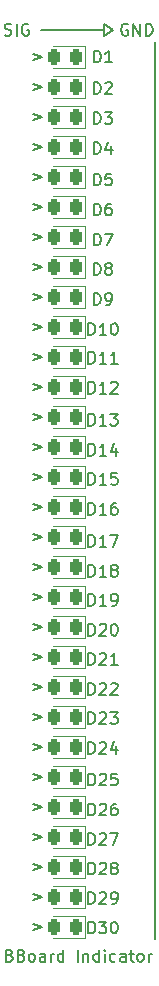
<source format=gto>
G04 #@! TF.GenerationSoftware,KiCad,Pcbnew,7.0.6*
G04 #@! TF.CreationDate,2024-04-20T21:55:13+01:00*
G04 #@! TF.ProjectId,BreadboardIndicator,42726561-6462-46f6-9172-64496e646963,rev?*
G04 #@! TF.SameCoordinates,Original*
G04 #@! TF.FileFunction,Legend,Top*
G04 #@! TF.FilePolarity,Positive*
%FSLAX46Y46*%
G04 Gerber Fmt 4.6, Leading zero omitted, Abs format (unit mm)*
G04 Created by KiCad (PCBNEW 7.0.6) date 2024-04-20 21:55:13*
%MOMM*%
%LPD*%
G01*
G04 APERTURE LIST*
G04 Aperture macros list*
%AMRoundRect*
0 Rectangle with rounded corners*
0 $1 Rounding radius*
0 $2 $3 $4 $5 $6 $7 $8 $9 X,Y pos of 4 corners*
0 Add a 4 corners polygon primitive as box body*
4,1,4,$2,$3,$4,$5,$6,$7,$8,$9,$2,$3,0*
0 Add four circle primitives for the rounded corners*
1,1,$1+$1,$2,$3*
1,1,$1+$1,$4,$5*
1,1,$1+$1,$6,$7*
1,1,$1+$1,$8,$9*
0 Add four rect primitives between the rounded corners*
20,1,$1+$1,$2,$3,$4,$5,0*
20,1,$1+$1,$4,$5,$6,$7,0*
20,1,$1+$1,$6,$7,$8,$9,0*
20,1,$1+$1,$8,$9,$2,$3,0*%
G04 Aperture macros list end*
%ADD10C,0.150000*%
%ADD11C,0.120000*%
%ADD12RoundRect,0.243750X0.243750X0.456250X-0.243750X0.456250X-0.243750X-0.456250X0.243750X-0.456250X0*%
%ADD13R,1.700000X1.700000*%
%ADD14O,1.700000X1.700000*%
G04 APERTURE END LIST*
D10*
X101330779Y-69721152D02*
X102092684Y-70006866D01*
X102092684Y-70006866D02*
X101330779Y-70292580D01*
X101330779Y-72261152D02*
X102092684Y-72546866D01*
X102092684Y-72546866D02*
X101330779Y-72832580D01*
X101330779Y-74801152D02*
X102092684Y-75086866D01*
X102092684Y-75086866D02*
X101330779Y-75372580D01*
X101330779Y-77341152D02*
X102092684Y-77626866D01*
X102092684Y-77626866D02*
X101330779Y-77912580D01*
X101330779Y-79881152D02*
X102092684Y-80166866D01*
X102092684Y-80166866D02*
X101330779Y-80452580D01*
X101330779Y-82421152D02*
X102092684Y-82706866D01*
X102092684Y-82706866D02*
X101330779Y-82992580D01*
X101330779Y-84961152D02*
X102092684Y-85246866D01*
X102092684Y-85246866D02*
X101330779Y-85532580D01*
X101330779Y-87501152D02*
X102092684Y-87786866D01*
X102092684Y-87786866D02*
X101330779Y-88072580D01*
X101330779Y-90041152D02*
X102092684Y-90326866D01*
X102092684Y-90326866D02*
X101330779Y-90612580D01*
X101330779Y-92581152D02*
X102092684Y-92866866D01*
X102092684Y-92866866D02*
X101330779Y-93152580D01*
X101330779Y-95121152D02*
X102092684Y-95406866D01*
X102092684Y-95406866D02*
X101330779Y-95692580D01*
X101330779Y-97661152D02*
X102092684Y-97946866D01*
X102092684Y-97946866D02*
X101330779Y-98232580D01*
X101330779Y-100201152D02*
X102092684Y-100486866D01*
X102092684Y-100486866D02*
X101330779Y-100772580D01*
X101330779Y-102741152D02*
X102092684Y-103026866D01*
X102092684Y-103026866D02*
X101330779Y-103312580D01*
X101330779Y-105281152D02*
X102092684Y-105566866D01*
X102092684Y-105566866D02*
X101330779Y-105852580D01*
X101330779Y-107821152D02*
X102092684Y-108106866D01*
X102092684Y-108106866D02*
X101330779Y-108392580D01*
X101330779Y-110361152D02*
X102092684Y-110646866D01*
X102092684Y-110646866D02*
X101330779Y-110932580D01*
X101330779Y-112901152D02*
X102092684Y-113186866D01*
X102092684Y-113186866D02*
X101330779Y-113472580D01*
X101330779Y-115441152D02*
X102092684Y-115726866D01*
X102092684Y-115726866D02*
X101330779Y-116012580D01*
X101330779Y-117981152D02*
X102092684Y-118266866D01*
X102092684Y-118266866D02*
X101330779Y-118552580D01*
X101330779Y-120521152D02*
X102092684Y-120806866D01*
X102092684Y-120806866D02*
X101330779Y-121092580D01*
X101330779Y-123061152D02*
X102092684Y-123346866D01*
X102092684Y-123346866D02*
X101330779Y-123632580D01*
X101330779Y-125601152D02*
X102092684Y-125886866D01*
X102092684Y-125886866D02*
X101330779Y-126172580D01*
X101330779Y-128141152D02*
X102092684Y-128426866D01*
X102092684Y-128426866D02*
X101330779Y-128712580D01*
X101330779Y-130681152D02*
X102092684Y-130966866D01*
X102092684Y-130966866D02*
X101330779Y-131252580D01*
X101330779Y-133221152D02*
X102092684Y-133506866D01*
X102092684Y-133506866D02*
X101330779Y-133792580D01*
X101330779Y-135761152D02*
X102092684Y-136046866D01*
X102092684Y-136046866D02*
X101330779Y-136332580D01*
X101330779Y-143381152D02*
X102092684Y-143666866D01*
X102092684Y-143666866D02*
X101330779Y-143952580D01*
X101330779Y-140841152D02*
X102092684Y-141126866D01*
X102092684Y-141126866D02*
X101330779Y-141412580D01*
X101330779Y-138301152D02*
X102092684Y-138586866D01*
X102092684Y-138586866D02*
X101330779Y-138872580D01*
X111662000Y-68740000D02*
X111662000Y-144686000D01*
X107344000Y-67216000D02*
X107344000Y-68232000D01*
X107344000Y-68232000D02*
X108106000Y-67724000D01*
X108106000Y-67724000D02*
X107344000Y-67216000D01*
X102010000Y-67724000D02*
X107344000Y-67724000D01*
X99378112Y-146064009D02*
X99520969Y-146111628D01*
X99520969Y-146111628D02*
X99568588Y-146159247D01*
X99568588Y-146159247D02*
X99616207Y-146254485D01*
X99616207Y-146254485D02*
X99616207Y-146397342D01*
X99616207Y-146397342D02*
X99568588Y-146492580D01*
X99568588Y-146492580D02*
X99520969Y-146540200D01*
X99520969Y-146540200D02*
X99425731Y-146587819D01*
X99425731Y-146587819D02*
X99044779Y-146587819D01*
X99044779Y-146587819D02*
X99044779Y-145587819D01*
X99044779Y-145587819D02*
X99378112Y-145587819D01*
X99378112Y-145587819D02*
X99473350Y-145635438D01*
X99473350Y-145635438D02*
X99520969Y-145683057D01*
X99520969Y-145683057D02*
X99568588Y-145778295D01*
X99568588Y-145778295D02*
X99568588Y-145873533D01*
X99568588Y-145873533D02*
X99520969Y-145968771D01*
X99520969Y-145968771D02*
X99473350Y-146016390D01*
X99473350Y-146016390D02*
X99378112Y-146064009D01*
X99378112Y-146064009D02*
X99044779Y-146064009D01*
X100378112Y-146064009D02*
X100520969Y-146111628D01*
X100520969Y-146111628D02*
X100568588Y-146159247D01*
X100568588Y-146159247D02*
X100616207Y-146254485D01*
X100616207Y-146254485D02*
X100616207Y-146397342D01*
X100616207Y-146397342D02*
X100568588Y-146492580D01*
X100568588Y-146492580D02*
X100520969Y-146540200D01*
X100520969Y-146540200D02*
X100425731Y-146587819D01*
X100425731Y-146587819D02*
X100044779Y-146587819D01*
X100044779Y-146587819D02*
X100044779Y-145587819D01*
X100044779Y-145587819D02*
X100378112Y-145587819D01*
X100378112Y-145587819D02*
X100473350Y-145635438D01*
X100473350Y-145635438D02*
X100520969Y-145683057D01*
X100520969Y-145683057D02*
X100568588Y-145778295D01*
X100568588Y-145778295D02*
X100568588Y-145873533D01*
X100568588Y-145873533D02*
X100520969Y-145968771D01*
X100520969Y-145968771D02*
X100473350Y-146016390D01*
X100473350Y-146016390D02*
X100378112Y-146064009D01*
X100378112Y-146064009D02*
X100044779Y-146064009D01*
X101187636Y-146587819D02*
X101092398Y-146540200D01*
X101092398Y-146540200D02*
X101044779Y-146492580D01*
X101044779Y-146492580D02*
X100997160Y-146397342D01*
X100997160Y-146397342D02*
X100997160Y-146111628D01*
X100997160Y-146111628D02*
X101044779Y-146016390D01*
X101044779Y-146016390D02*
X101092398Y-145968771D01*
X101092398Y-145968771D02*
X101187636Y-145921152D01*
X101187636Y-145921152D02*
X101330493Y-145921152D01*
X101330493Y-145921152D02*
X101425731Y-145968771D01*
X101425731Y-145968771D02*
X101473350Y-146016390D01*
X101473350Y-146016390D02*
X101520969Y-146111628D01*
X101520969Y-146111628D02*
X101520969Y-146397342D01*
X101520969Y-146397342D02*
X101473350Y-146492580D01*
X101473350Y-146492580D02*
X101425731Y-146540200D01*
X101425731Y-146540200D02*
X101330493Y-146587819D01*
X101330493Y-146587819D02*
X101187636Y-146587819D01*
X102378112Y-146587819D02*
X102378112Y-146064009D01*
X102378112Y-146064009D02*
X102330493Y-145968771D01*
X102330493Y-145968771D02*
X102235255Y-145921152D01*
X102235255Y-145921152D02*
X102044779Y-145921152D01*
X102044779Y-145921152D02*
X101949541Y-145968771D01*
X102378112Y-146540200D02*
X102282874Y-146587819D01*
X102282874Y-146587819D02*
X102044779Y-146587819D01*
X102044779Y-146587819D02*
X101949541Y-146540200D01*
X101949541Y-146540200D02*
X101901922Y-146444961D01*
X101901922Y-146444961D02*
X101901922Y-146349723D01*
X101901922Y-146349723D02*
X101949541Y-146254485D01*
X101949541Y-146254485D02*
X102044779Y-146206866D01*
X102044779Y-146206866D02*
X102282874Y-146206866D01*
X102282874Y-146206866D02*
X102378112Y-146159247D01*
X102854303Y-146587819D02*
X102854303Y-145921152D01*
X102854303Y-146111628D02*
X102901922Y-146016390D01*
X102901922Y-146016390D02*
X102949541Y-145968771D01*
X102949541Y-145968771D02*
X103044779Y-145921152D01*
X103044779Y-145921152D02*
X103140017Y-145921152D01*
X103901922Y-146587819D02*
X103901922Y-145587819D01*
X103901922Y-146540200D02*
X103806684Y-146587819D01*
X103806684Y-146587819D02*
X103616208Y-146587819D01*
X103616208Y-146587819D02*
X103520970Y-146540200D01*
X103520970Y-146540200D02*
X103473351Y-146492580D01*
X103473351Y-146492580D02*
X103425732Y-146397342D01*
X103425732Y-146397342D02*
X103425732Y-146111628D01*
X103425732Y-146111628D02*
X103473351Y-146016390D01*
X103473351Y-146016390D02*
X103520970Y-145968771D01*
X103520970Y-145968771D02*
X103616208Y-145921152D01*
X103616208Y-145921152D02*
X103806684Y-145921152D01*
X103806684Y-145921152D02*
X103901922Y-145968771D01*
X105140018Y-146587819D02*
X105140018Y-145587819D01*
X105616208Y-145921152D02*
X105616208Y-146587819D01*
X105616208Y-146016390D02*
X105663827Y-145968771D01*
X105663827Y-145968771D02*
X105759065Y-145921152D01*
X105759065Y-145921152D02*
X105901922Y-145921152D01*
X105901922Y-145921152D02*
X105997160Y-145968771D01*
X105997160Y-145968771D02*
X106044779Y-146064009D01*
X106044779Y-146064009D02*
X106044779Y-146587819D01*
X106949541Y-146587819D02*
X106949541Y-145587819D01*
X106949541Y-146540200D02*
X106854303Y-146587819D01*
X106854303Y-146587819D02*
X106663827Y-146587819D01*
X106663827Y-146587819D02*
X106568589Y-146540200D01*
X106568589Y-146540200D02*
X106520970Y-146492580D01*
X106520970Y-146492580D02*
X106473351Y-146397342D01*
X106473351Y-146397342D02*
X106473351Y-146111628D01*
X106473351Y-146111628D02*
X106520970Y-146016390D01*
X106520970Y-146016390D02*
X106568589Y-145968771D01*
X106568589Y-145968771D02*
X106663827Y-145921152D01*
X106663827Y-145921152D02*
X106854303Y-145921152D01*
X106854303Y-145921152D02*
X106949541Y-145968771D01*
X107425732Y-146587819D02*
X107425732Y-145921152D01*
X107425732Y-145587819D02*
X107378113Y-145635438D01*
X107378113Y-145635438D02*
X107425732Y-145683057D01*
X107425732Y-145683057D02*
X107473351Y-145635438D01*
X107473351Y-145635438D02*
X107425732Y-145587819D01*
X107425732Y-145587819D02*
X107425732Y-145683057D01*
X108330493Y-146540200D02*
X108235255Y-146587819D01*
X108235255Y-146587819D02*
X108044779Y-146587819D01*
X108044779Y-146587819D02*
X107949541Y-146540200D01*
X107949541Y-146540200D02*
X107901922Y-146492580D01*
X107901922Y-146492580D02*
X107854303Y-146397342D01*
X107854303Y-146397342D02*
X107854303Y-146111628D01*
X107854303Y-146111628D02*
X107901922Y-146016390D01*
X107901922Y-146016390D02*
X107949541Y-145968771D01*
X107949541Y-145968771D02*
X108044779Y-145921152D01*
X108044779Y-145921152D02*
X108235255Y-145921152D01*
X108235255Y-145921152D02*
X108330493Y-145968771D01*
X109187636Y-146587819D02*
X109187636Y-146064009D01*
X109187636Y-146064009D02*
X109140017Y-145968771D01*
X109140017Y-145968771D02*
X109044779Y-145921152D01*
X109044779Y-145921152D02*
X108854303Y-145921152D01*
X108854303Y-145921152D02*
X108759065Y-145968771D01*
X109187636Y-146540200D02*
X109092398Y-146587819D01*
X109092398Y-146587819D02*
X108854303Y-146587819D01*
X108854303Y-146587819D02*
X108759065Y-146540200D01*
X108759065Y-146540200D02*
X108711446Y-146444961D01*
X108711446Y-146444961D02*
X108711446Y-146349723D01*
X108711446Y-146349723D02*
X108759065Y-146254485D01*
X108759065Y-146254485D02*
X108854303Y-146206866D01*
X108854303Y-146206866D02*
X109092398Y-146206866D01*
X109092398Y-146206866D02*
X109187636Y-146159247D01*
X109520970Y-145921152D02*
X109901922Y-145921152D01*
X109663827Y-145587819D02*
X109663827Y-146444961D01*
X109663827Y-146444961D02*
X109711446Y-146540200D01*
X109711446Y-146540200D02*
X109806684Y-146587819D01*
X109806684Y-146587819D02*
X109901922Y-146587819D01*
X110378113Y-146587819D02*
X110282875Y-146540200D01*
X110282875Y-146540200D02*
X110235256Y-146492580D01*
X110235256Y-146492580D02*
X110187637Y-146397342D01*
X110187637Y-146397342D02*
X110187637Y-146111628D01*
X110187637Y-146111628D02*
X110235256Y-146016390D01*
X110235256Y-146016390D02*
X110282875Y-145968771D01*
X110282875Y-145968771D02*
X110378113Y-145921152D01*
X110378113Y-145921152D02*
X110520970Y-145921152D01*
X110520970Y-145921152D02*
X110616208Y-145968771D01*
X110616208Y-145968771D02*
X110663827Y-146016390D01*
X110663827Y-146016390D02*
X110711446Y-146111628D01*
X110711446Y-146111628D02*
X110711446Y-146397342D01*
X110711446Y-146397342D02*
X110663827Y-146492580D01*
X110663827Y-146492580D02*
X110616208Y-146540200D01*
X110616208Y-146540200D02*
X110520970Y-146587819D01*
X110520970Y-146587819D02*
X110378113Y-146587819D01*
X111140018Y-146587819D02*
X111140018Y-145921152D01*
X111140018Y-146111628D02*
X111187637Y-146016390D01*
X111187637Y-146016390D02*
X111235256Y-145968771D01*
X111235256Y-145968771D02*
X111330494Y-145921152D01*
X111330494Y-145921152D02*
X111425732Y-145921152D01*
X109376095Y-67226438D02*
X109280857Y-67178819D01*
X109280857Y-67178819D02*
X109138000Y-67178819D01*
X109138000Y-67178819D02*
X108995143Y-67226438D01*
X108995143Y-67226438D02*
X108899905Y-67321676D01*
X108899905Y-67321676D02*
X108852286Y-67416914D01*
X108852286Y-67416914D02*
X108804667Y-67607390D01*
X108804667Y-67607390D02*
X108804667Y-67750247D01*
X108804667Y-67750247D02*
X108852286Y-67940723D01*
X108852286Y-67940723D02*
X108899905Y-68035961D01*
X108899905Y-68035961D02*
X108995143Y-68131200D01*
X108995143Y-68131200D02*
X109138000Y-68178819D01*
X109138000Y-68178819D02*
X109233238Y-68178819D01*
X109233238Y-68178819D02*
X109376095Y-68131200D01*
X109376095Y-68131200D02*
X109423714Y-68083580D01*
X109423714Y-68083580D02*
X109423714Y-67750247D01*
X109423714Y-67750247D02*
X109233238Y-67750247D01*
X109852286Y-68178819D02*
X109852286Y-67178819D01*
X109852286Y-67178819D02*
X110423714Y-68178819D01*
X110423714Y-68178819D02*
X110423714Y-67178819D01*
X110899905Y-68178819D02*
X110899905Y-67178819D01*
X110899905Y-67178819D02*
X111138000Y-67178819D01*
X111138000Y-67178819D02*
X111280857Y-67226438D01*
X111280857Y-67226438D02*
X111376095Y-67321676D01*
X111376095Y-67321676D02*
X111423714Y-67416914D01*
X111423714Y-67416914D02*
X111471333Y-67607390D01*
X111471333Y-67607390D02*
X111471333Y-67750247D01*
X111471333Y-67750247D02*
X111423714Y-67940723D01*
X111423714Y-67940723D02*
X111376095Y-68035961D01*
X111376095Y-68035961D02*
X111280857Y-68131200D01*
X111280857Y-68131200D02*
X111138000Y-68178819D01*
X111138000Y-68178819D02*
X110899905Y-68178819D01*
X98954191Y-68131200D02*
X99097048Y-68178819D01*
X99097048Y-68178819D02*
X99335143Y-68178819D01*
X99335143Y-68178819D02*
X99430381Y-68131200D01*
X99430381Y-68131200D02*
X99478000Y-68083580D01*
X99478000Y-68083580D02*
X99525619Y-67988342D01*
X99525619Y-67988342D02*
X99525619Y-67893104D01*
X99525619Y-67893104D02*
X99478000Y-67797866D01*
X99478000Y-67797866D02*
X99430381Y-67750247D01*
X99430381Y-67750247D02*
X99335143Y-67702628D01*
X99335143Y-67702628D02*
X99144667Y-67655009D01*
X99144667Y-67655009D02*
X99049429Y-67607390D01*
X99049429Y-67607390D02*
X99001810Y-67559771D01*
X99001810Y-67559771D02*
X98954191Y-67464533D01*
X98954191Y-67464533D02*
X98954191Y-67369295D01*
X98954191Y-67369295D02*
X99001810Y-67274057D01*
X99001810Y-67274057D02*
X99049429Y-67226438D01*
X99049429Y-67226438D02*
X99144667Y-67178819D01*
X99144667Y-67178819D02*
X99382762Y-67178819D01*
X99382762Y-67178819D02*
X99525619Y-67226438D01*
X99954191Y-68178819D02*
X99954191Y-67178819D01*
X100954190Y-67226438D02*
X100858952Y-67178819D01*
X100858952Y-67178819D02*
X100716095Y-67178819D01*
X100716095Y-67178819D02*
X100573238Y-67226438D01*
X100573238Y-67226438D02*
X100478000Y-67321676D01*
X100478000Y-67321676D02*
X100430381Y-67416914D01*
X100430381Y-67416914D02*
X100382762Y-67607390D01*
X100382762Y-67607390D02*
X100382762Y-67750247D01*
X100382762Y-67750247D02*
X100430381Y-67940723D01*
X100430381Y-67940723D02*
X100478000Y-68035961D01*
X100478000Y-68035961D02*
X100573238Y-68131200D01*
X100573238Y-68131200D02*
X100716095Y-68178819D01*
X100716095Y-68178819D02*
X100811333Y-68178819D01*
X100811333Y-68178819D02*
X100954190Y-68131200D01*
X100954190Y-68131200D02*
X101001809Y-68083580D01*
X101001809Y-68083580D02*
X101001809Y-67750247D01*
X101001809Y-67750247D02*
X100811333Y-67750247D01*
X106035714Y-144204819D02*
X106035714Y-143204819D01*
X106035714Y-143204819D02*
X106273809Y-143204819D01*
X106273809Y-143204819D02*
X106416666Y-143252438D01*
X106416666Y-143252438D02*
X106511904Y-143347676D01*
X106511904Y-143347676D02*
X106559523Y-143442914D01*
X106559523Y-143442914D02*
X106607142Y-143633390D01*
X106607142Y-143633390D02*
X106607142Y-143776247D01*
X106607142Y-143776247D02*
X106559523Y-143966723D01*
X106559523Y-143966723D02*
X106511904Y-144061961D01*
X106511904Y-144061961D02*
X106416666Y-144157200D01*
X106416666Y-144157200D02*
X106273809Y-144204819D01*
X106273809Y-144204819D02*
X106035714Y-144204819D01*
X106940476Y-143204819D02*
X107559523Y-143204819D01*
X107559523Y-143204819D02*
X107226190Y-143585771D01*
X107226190Y-143585771D02*
X107369047Y-143585771D01*
X107369047Y-143585771D02*
X107464285Y-143633390D01*
X107464285Y-143633390D02*
X107511904Y-143681009D01*
X107511904Y-143681009D02*
X107559523Y-143776247D01*
X107559523Y-143776247D02*
X107559523Y-144014342D01*
X107559523Y-144014342D02*
X107511904Y-144109580D01*
X107511904Y-144109580D02*
X107464285Y-144157200D01*
X107464285Y-144157200D02*
X107369047Y-144204819D01*
X107369047Y-144204819D02*
X107083333Y-144204819D01*
X107083333Y-144204819D02*
X106988095Y-144157200D01*
X106988095Y-144157200D02*
X106940476Y-144109580D01*
X108178571Y-143204819D02*
X108273809Y-143204819D01*
X108273809Y-143204819D02*
X108369047Y-143252438D01*
X108369047Y-143252438D02*
X108416666Y-143300057D01*
X108416666Y-143300057D02*
X108464285Y-143395295D01*
X108464285Y-143395295D02*
X108511904Y-143585771D01*
X108511904Y-143585771D02*
X108511904Y-143823866D01*
X108511904Y-143823866D02*
X108464285Y-144014342D01*
X108464285Y-144014342D02*
X108416666Y-144109580D01*
X108416666Y-144109580D02*
X108369047Y-144157200D01*
X108369047Y-144157200D02*
X108273809Y-144204819D01*
X108273809Y-144204819D02*
X108178571Y-144204819D01*
X108178571Y-144204819D02*
X108083333Y-144157200D01*
X108083333Y-144157200D02*
X108035714Y-144109580D01*
X108035714Y-144109580D02*
X107988095Y-144014342D01*
X107988095Y-144014342D02*
X107940476Y-143823866D01*
X107940476Y-143823866D02*
X107940476Y-143585771D01*
X107940476Y-143585771D02*
X107988095Y-143395295D01*
X107988095Y-143395295D02*
X108035714Y-143300057D01*
X108035714Y-143300057D02*
X108083333Y-143252438D01*
X108083333Y-143252438D02*
X108178571Y-143204819D01*
X106035714Y-141704819D02*
X106035714Y-140704819D01*
X106035714Y-140704819D02*
X106273809Y-140704819D01*
X106273809Y-140704819D02*
X106416666Y-140752438D01*
X106416666Y-140752438D02*
X106511904Y-140847676D01*
X106511904Y-140847676D02*
X106559523Y-140942914D01*
X106559523Y-140942914D02*
X106607142Y-141133390D01*
X106607142Y-141133390D02*
X106607142Y-141276247D01*
X106607142Y-141276247D02*
X106559523Y-141466723D01*
X106559523Y-141466723D02*
X106511904Y-141561961D01*
X106511904Y-141561961D02*
X106416666Y-141657200D01*
X106416666Y-141657200D02*
X106273809Y-141704819D01*
X106273809Y-141704819D02*
X106035714Y-141704819D01*
X106988095Y-140800057D02*
X107035714Y-140752438D01*
X107035714Y-140752438D02*
X107130952Y-140704819D01*
X107130952Y-140704819D02*
X107369047Y-140704819D01*
X107369047Y-140704819D02*
X107464285Y-140752438D01*
X107464285Y-140752438D02*
X107511904Y-140800057D01*
X107511904Y-140800057D02*
X107559523Y-140895295D01*
X107559523Y-140895295D02*
X107559523Y-140990533D01*
X107559523Y-140990533D02*
X107511904Y-141133390D01*
X107511904Y-141133390D02*
X106940476Y-141704819D01*
X106940476Y-141704819D02*
X107559523Y-141704819D01*
X108035714Y-141704819D02*
X108226190Y-141704819D01*
X108226190Y-141704819D02*
X108321428Y-141657200D01*
X108321428Y-141657200D02*
X108369047Y-141609580D01*
X108369047Y-141609580D02*
X108464285Y-141466723D01*
X108464285Y-141466723D02*
X108511904Y-141276247D01*
X108511904Y-141276247D02*
X108511904Y-140895295D01*
X108511904Y-140895295D02*
X108464285Y-140800057D01*
X108464285Y-140800057D02*
X108416666Y-140752438D01*
X108416666Y-140752438D02*
X108321428Y-140704819D01*
X108321428Y-140704819D02*
X108130952Y-140704819D01*
X108130952Y-140704819D02*
X108035714Y-140752438D01*
X108035714Y-140752438D02*
X107988095Y-140800057D01*
X107988095Y-140800057D02*
X107940476Y-140895295D01*
X107940476Y-140895295D02*
X107940476Y-141133390D01*
X107940476Y-141133390D02*
X107988095Y-141228628D01*
X107988095Y-141228628D02*
X108035714Y-141276247D01*
X108035714Y-141276247D02*
X108130952Y-141323866D01*
X108130952Y-141323866D02*
X108321428Y-141323866D01*
X108321428Y-141323866D02*
X108416666Y-141276247D01*
X108416666Y-141276247D02*
X108464285Y-141228628D01*
X108464285Y-141228628D02*
X108511904Y-141133390D01*
X106035714Y-139204819D02*
X106035714Y-138204819D01*
X106035714Y-138204819D02*
X106273809Y-138204819D01*
X106273809Y-138204819D02*
X106416666Y-138252438D01*
X106416666Y-138252438D02*
X106511904Y-138347676D01*
X106511904Y-138347676D02*
X106559523Y-138442914D01*
X106559523Y-138442914D02*
X106607142Y-138633390D01*
X106607142Y-138633390D02*
X106607142Y-138776247D01*
X106607142Y-138776247D02*
X106559523Y-138966723D01*
X106559523Y-138966723D02*
X106511904Y-139061961D01*
X106511904Y-139061961D02*
X106416666Y-139157200D01*
X106416666Y-139157200D02*
X106273809Y-139204819D01*
X106273809Y-139204819D02*
X106035714Y-139204819D01*
X106988095Y-138300057D02*
X107035714Y-138252438D01*
X107035714Y-138252438D02*
X107130952Y-138204819D01*
X107130952Y-138204819D02*
X107369047Y-138204819D01*
X107369047Y-138204819D02*
X107464285Y-138252438D01*
X107464285Y-138252438D02*
X107511904Y-138300057D01*
X107511904Y-138300057D02*
X107559523Y-138395295D01*
X107559523Y-138395295D02*
X107559523Y-138490533D01*
X107559523Y-138490533D02*
X107511904Y-138633390D01*
X107511904Y-138633390D02*
X106940476Y-139204819D01*
X106940476Y-139204819D02*
X107559523Y-139204819D01*
X108130952Y-138633390D02*
X108035714Y-138585771D01*
X108035714Y-138585771D02*
X107988095Y-138538152D01*
X107988095Y-138538152D02*
X107940476Y-138442914D01*
X107940476Y-138442914D02*
X107940476Y-138395295D01*
X107940476Y-138395295D02*
X107988095Y-138300057D01*
X107988095Y-138300057D02*
X108035714Y-138252438D01*
X108035714Y-138252438D02*
X108130952Y-138204819D01*
X108130952Y-138204819D02*
X108321428Y-138204819D01*
X108321428Y-138204819D02*
X108416666Y-138252438D01*
X108416666Y-138252438D02*
X108464285Y-138300057D01*
X108464285Y-138300057D02*
X108511904Y-138395295D01*
X108511904Y-138395295D02*
X108511904Y-138442914D01*
X108511904Y-138442914D02*
X108464285Y-138538152D01*
X108464285Y-138538152D02*
X108416666Y-138585771D01*
X108416666Y-138585771D02*
X108321428Y-138633390D01*
X108321428Y-138633390D02*
X108130952Y-138633390D01*
X108130952Y-138633390D02*
X108035714Y-138681009D01*
X108035714Y-138681009D02*
X107988095Y-138728628D01*
X107988095Y-138728628D02*
X107940476Y-138823866D01*
X107940476Y-138823866D02*
X107940476Y-139014342D01*
X107940476Y-139014342D02*
X107988095Y-139109580D01*
X107988095Y-139109580D02*
X108035714Y-139157200D01*
X108035714Y-139157200D02*
X108130952Y-139204819D01*
X108130952Y-139204819D02*
X108321428Y-139204819D01*
X108321428Y-139204819D02*
X108416666Y-139157200D01*
X108416666Y-139157200D02*
X108464285Y-139109580D01*
X108464285Y-139109580D02*
X108511904Y-139014342D01*
X108511904Y-139014342D02*
X108511904Y-138823866D01*
X108511904Y-138823866D02*
X108464285Y-138728628D01*
X108464285Y-138728628D02*
X108416666Y-138681009D01*
X108416666Y-138681009D02*
X108321428Y-138633390D01*
X106035714Y-136704819D02*
X106035714Y-135704819D01*
X106035714Y-135704819D02*
X106273809Y-135704819D01*
X106273809Y-135704819D02*
X106416666Y-135752438D01*
X106416666Y-135752438D02*
X106511904Y-135847676D01*
X106511904Y-135847676D02*
X106559523Y-135942914D01*
X106559523Y-135942914D02*
X106607142Y-136133390D01*
X106607142Y-136133390D02*
X106607142Y-136276247D01*
X106607142Y-136276247D02*
X106559523Y-136466723D01*
X106559523Y-136466723D02*
X106511904Y-136561961D01*
X106511904Y-136561961D02*
X106416666Y-136657200D01*
X106416666Y-136657200D02*
X106273809Y-136704819D01*
X106273809Y-136704819D02*
X106035714Y-136704819D01*
X106988095Y-135800057D02*
X107035714Y-135752438D01*
X107035714Y-135752438D02*
X107130952Y-135704819D01*
X107130952Y-135704819D02*
X107369047Y-135704819D01*
X107369047Y-135704819D02*
X107464285Y-135752438D01*
X107464285Y-135752438D02*
X107511904Y-135800057D01*
X107511904Y-135800057D02*
X107559523Y-135895295D01*
X107559523Y-135895295D02*
X107559523Y-135990533D01*
X107559523Y-135990533D02*
X107511904Y-136133390D01*
X107511904Y-136133390D02*
X106940476Y-136704819D01*
X106940476Y-136704819D02*
X107559523Y-136704819D01*
X107892857Y-135704819D02*
X108559523Y-135704819D01*
X108559523Y-135704819D02*
X108130952Y-136704819D01*
X106035714Y-134204819D02*
X106035714Y-133204819D01*
X106035714Y-133204819D02*
X106273809Y-133204819D01*
X106273809Y-133204819D02*
X106416666Y-133252438D01*
X106416666Y-133252438D02*
X106511904Y-133347676D01*
X106511904Y-133347676D02*
X106559523Y-133442914D01*
X106559523Y-133442914D02*
X106607142Y-133633390D01*
X106607142Y-133633390D02*
X106607142Y-133776247D01*
X106607142Y-133776247D02*
X106559523Y-133966723D01*
X106559523Y-133966723D02*
X106511904Y-134061961D01*
X106511904Y-134061961D02*
X106416666Y-134157200D01*
X106416666Y-134157200D02*
X106273809Y-134204819D01*
X106273809Y-134204819D02*
X106035714Y-134204819D01*
X106988095Y-133300057D02*
X107035714Y-133252438D01*
X107035714Y-133252438D02*
X107130952Y-133204819D01*
X107130952Y-133204819D02*
X107369047Y-133204819D01*
X107369047Y-133204819D02*
X107464285Y-133252438D01*
X107464285Y-133252438D02*
X107511904Y-133300057D01*
X107511904Y-133300057D02*
X107559523Y-133395295D01*
X107559523Y-133395295D02*
X107559523Y-133490533D01*
X107559523Y-133490533D02*
X107511904Y-133633390D01*
X107511904Y-133633390D02*
X106940476Y-134204819D01*
X106940476Y-134204819D02*
X107559523Y-134204819D01*
X108416666Y-133204819D02*
X108226190Y-133204819D01*
X108226190Y-133204819D02*
X108130952Y-133252438D01*
X108130952Y-133252438D02*
X108083333Y-133300057D01*
X108083333Y-133300057D02*
X107988095Y-133442914D01*
X107988095Y-133442914D02*
X107940476Y-133633390D01*
X107940476Y-133633390D02*
X107940476Y-134014342D01*
X107940476Y-134014342D02*
X107988095Y-134109580D01*
X107988095Y-134109580D02*
X108035714Y-134157200D01*
X108035714Y-134157200D02*
X108130952Y-134204819D01*
X108130952Y-134204819D02*
X108321428Y-134204819D01*
X108321428Y-134204819D02*
X108416666Y-134157200D01*
X108416666Y-134157200D02*
X108464285Y-134109580D01*
X108464285Y-134109580D02*
X108511904Y-134014342D01*
X108511904Y-134014342D02*
X108511904Y-133776247D01*
X108511904Y-133776247D02*
X108464285Y-133681009D01*
X108464285Y-133681009D02*
X108416666Y-133633390D01*
X108416666Y-133633390D02*
X108321428Y-133585771D01*
X108321428Y-133585771D02*
X108130952Y-133585771D01*
X108130952Y-133585771D02*
X108035714Y-133633390D01*
X108035714Y-133633390D02*
X107988095Y-133681009D01*
X107988095Y-133681009D02*
X107940476Y-133776247D01*
X106035714Y-131664819D02*
X106035714Y-130664819D01*
X106035714Y-130664819D02*
X106273809Y-130664819D01*
X106273809Y-130664819D02*
X106416666Y-130712438D01*
X106416666Y-130712438D02*
X106511904Y-130807676D01*
X106511904Y-130807676D02*
X106559523Y-130902914D01*
X106559523Y-130902914D02*
X106607142Y-131093390D01*
X106607142Y-131093390D02*
X106607142Y-131236247D01*
X106607142Y-131236247D02*
X106559523Y-131426723D01*
X106559523Y-131426723D02*
X106511904Y-131521961D01*
X106511904Y-131521961D02*
X106416666Y-131617200D01*
X106416666Y-131617200D02*
X106273809Y-131664819D01*
X106273809Y-131664819D02*
X106035714Y-131664819D01*
X106988095Y-130760057D02*
X107035714Y-130712438D01*
X107035714Y-130712438D02*
X107130952Y-130664819D01*
X107130952Y-130664819D02*
X107369047Y-130664819D01*
X107369047Y-130664819D02*
X107464285Y-130712438D01*
X107464285Y-130712438D02*
X107511904Y-130760057D01*
X107511904Y-130760057D02*
X107559523Y-130855295D01*
X107559523Y-130855295D02*
X107559523Y-130950533D01*
X107559523Y-130950533D02*
X107511904Y-131093390D01*
X107511904Y-131093390D02*
X106940476Y-131664819D01*
X106940476Y-131664819D02*
X107559523Y-131664819D01*
X108464285Y-130664819D02*
X107988095Y-130664819D01*
X107988095Y-130664819D02*
X107940476Y-131141009D01*
X107940476Y-131141009D02*
X107988095Y-131093390D01*
X107988095Y-131093390D02*
X108083333Y-131045771D01*
X108083333Y-131045771D02*
X108321428Y-131045771D01*
X108321428Y-131045771D02*
X108416666Y-131093390D01*
X108416666Y-131093390D02*
X108464285Y-131141009D01*
X108464285Y-131141009D02*
X108511904Y-131236247D01*
X108511904Y-131236247D02*
X108511904Y-131474342D01*
X108511904Y-131474342D02*
X108464285Y-131569580D01*
X108464285Y-131569580D02*
X108416666Y-131617200D01*
X108416666Y-131617200D02*
X108321428Y-131664819D01*
X108321428Y-131664819D02*
X108083333Y-131664819D01*
X108083333Y-131664819D02*
X107988095Y-131617200D01*
X107988095Y-131617200D02*
X107940476Y-131569580D01*
X106035714Y-128994819D02*
X106035714Y-127994819D01*
X106035714Y-127994819D02*
X106273809Y-127994819D01*
X106273809Y-127994819D02*
X106416666Y-128042438D01*
X106416666Y-128042438D02*
X106511904Y-128137676D01*
X106511904Y-128137676D02*
X106559523Y-128232914D01*
X106559523Y-128232914D02*
X106607142Y-128423390D01*
X106607142Y-128423390D02*
X106607142Y-128566247D01*
X106607142Y-128566247D02*
X106559523Y-128756723D01*
X106559523Y-128756723D02*
X106511904Y-128851961D01*
X106511904Y-128851961D02*
X106416666Y-128947200D01*
X106416666Y-128947200D02*
X106273809Y-128994819D01*
X106273809Y-128994819D02*
X106035714Y-128994819D01*
X106988095Y-128090057D02*
X107035714Y-128042438D01*
X107035714Y-128042438D02*
X107130952Y-127994819D01*
X107130952Y-127994819D02*
X107369047Y-127994819D01*
X107369047Y-127994819D02*
X107464285Y-128042438D01*
X107464285Y-128042438D02*
X107511904Y-128090057D01*
X107511904Y-128090057D02*
X107559523Y-128185295D01*
X107559523Y-128185295D02*
X107559523Y-128280533D01*
X107559523Y-128280533D02*
X107511904Y-128423390D01*
X107511904Y-128423390D02*
X106940476Y-128994819D01*
X106940476Y-128994819D02*
X107559523Y-128994819D01*
X108416666Y-128328152D02*
X108416666Y-128994819D01*
X108178571Y-127947200D02*
X107940476Y-128661485D01*
X107940476Y-128661485D02*
X108559523Y-128661485D01*
X106035714Y-126454819D02*
X106035714Y-125454819D01*
X106035714Y-125454819D02*
X106273809Y-125454819D01*
X106273809Y-125454819D02*
X106416666Y-125502438D01*
X106416666Y-125502438D02*
X106511904Y-125597676D01*
X106511904Y-125597676D02*
X106559523Y-125692914D01*
X106559523Y-125692914D02*
X106607142Y-125883390D01*
X106607142Y-125883390D02*
X106607142Y-126026247D01*
X106607142Y-126026247D02*
X106559523Y-126216723D01*
X106559523Y-126216723D02*
X106511904Y-126311961D01*
X106511904Y-126311961D02*
X106416666Y-126407200D01*
X106416666Y-126407200D02*
X106273809Y-126454819D01*
X106273809Y-126454819D02*
X106035714Y-126454819D01*
X106988095Y-125550057D02*
X107035714Y-125502438D01*
X107035714Y-125502438D02*
X107130952Y-125454819D01*
X107130952Y-125454819D02*
X107369047Y-125454819D01*
X107369047Y-125454819D02*
X107464285Y-125502438D01*
X107464285Y-125502438D02*
X107511904Y-125550057D01*
X107511904Y-125550057D02*
X107559523Y-125645295D01*
X107559523Y-125645295D02*
X107559523Y-125740533D01*
X107559523Y-125740533D02*
X107511904Y-125883390D01*
X107511904Y-125883390D02*
X106940476Y-126454819D01*
X106940476Y-126454819D02*
X107559523Y-126454819D01*
X107892857Y-125454819D02*
X108511904Y-125454819D01*
X108511904Y-125454819D02*
X108178571Y-125835771D01*
X108178571Y-125835771D02*
X108321428Y-125835771D01*
X108321428Y-125835771D02*
X108416666Y-125883390D01*
X108416666Y-125883390D02*
X108464285Y-125931009D01*
X108464285Y-125931009D02*
X108511904Y-126026247D01*
X108511904Y-126026247D02*
X108511904Y-126264342D01*
X108511904Y-126264342D02*
X108464285Y-126359580D01*
X108464285Y-126359580D02*
X108416666Y-126407200D01*
X108416666Y-126407200D02*
X108321428Y-126454819D01*
X108321428Y-126454819D02*
X108035714Y-126454819D01*
X108035714Y-126454819D02*
X107940476Y-126407200D01*
X107940476Y-126407200D02*
X107892857Y-126359580D01*
X106035714Y-123994819D02*
X106035714Y-122994819D01*
X106035714Y-122994819D02*
X106273809Y-122994819D01*
X106273809Y-122994819D02*
X106416666Y-123042438D01*
X106416666Y-123042438D02*
X106511904Y-123137676D01*
X106511904Y-123137676D02*
X106559523Y-123232914D01*
X106559523Y-123232914D02*
X106607142Y-123423390D01*
X106607142Y-123423390D02*
X106607142Y-123566247D01*
X106607142Y-123566247D02*
X106559523Y-123756723D01*
X106559523Y-123756723D02*
X106511904Y-123851961D01*
X106511904Y-123851961D02*
X106416666Y-123947200D01*
X106416666Y-123947200D02*
X106273809Y-123994819D01*
X106273809Y-123994819D02*
X106035714Y-123994819D01*
X106988095Y-123090057D02*
X107035714Y-123042438D01*
X107035714Y-123042438D02*
X107130952Y-122994819D01*
X107130952Y-122994819D02*
X107369047Y-122994819D01*
X107369047Y-122994819D02*
X107464285Y-123042438D01*
X107464285Y-123042438D02*
X107511904Y-123090057D01*
X107511904Y-123090057D02*
X107559523Y-123185295D01*
X107559523Y-123185295D02*
X107559523Y-123280533D01*
X107559523Y-123280533D02*
X107511904Y-123423390D01*
X107511904Y-123423390D02*
X106940476Y-123994819D01*
X106940476Y-123994819D02*
X107559523Y-123994819D01*
X107940476Y-123090057D02*
X107988095Y-123042438D01*
X107988095Y-123042438D02*
X108083333Y-122994819D01*
X108083333Y-122994819D02*
X108321428Y-122994819D01*
X108321428Y-122994819D02*
X108416666Y-123042438D01*
X108416666Y-123042438D02*
X108464285Y-123090057D01*
X108464285Y-123090057D02*
X108511904Y-123185295D01*
X108511904Y-123185295D02*
X108511904Y-123280533D01*
X108511904Y-123280533D02*
X108464285Y-123423390D01*
X108464285Y-123423390D02*
X107892857Y-123994819D01*
X107892857Y-123994819D02*
X108511904Y-123994819D01*
X106035714Y-121454819D02*
X106035714Y-120454819D01*
X106035714Y-120454819D02*
X106273809Y-120454819D01*
X106273809Y-120454819D02*
X106416666Y-120502438D01*
X106416666Y-120502438D02*
X106511904Y-120597676D01*
X106511904Y-120597676D02*
X106559523Y-120692914D01*
X106559523Y-120692914D02*
X106607142Y-120883390D01*
X106607142Y-120883390D02*
X106607142Y-121026247D01*
X106607142Y-121026247D02*
X106559523Y-121216723D01*
X106559523Y-121216723D02*
X106511904Y-121311961D01*
X106511904Y-121311961D02*
X106416666Y-121407200D01*
X106416666Y-121407200D02*
X106273809Y-121454819D01*
X106273809Y-121454819D02*
X106035714Y-121454819D01*
X106988095Y-120550057D02*
X107035714Y-120502438D01*
X107035714Y-120502438D02*
X107130952Y-120454819D01*
X107130952Y-120454819D02*
X107369047Y-120454819D01*
X107369047Y-120454819D02*
X107464285Y-120502438D01*
X107464285Y-120502438D02*
X107511904Y-120550057D01*
X107511904Y-120550057D02*
X107559523Y-120645295D01*
X107559523Y-120645295D02*
X107559523Y-120740533D01*
X107559523Y-120740533D02*
X107511904Y-120883390D01*
X107511904Y-120883390D02*
X106940476Y-121454819D01*
X106940476Y-121454819D02*
X107559523Y-121454819D01*
X108511904Y-121454819D02*
X107940476Y-121454819D01*
X108226190Y-121454819D02*
X108226190Y-120454819D01*
X108226190Y-120454819D02*
X108130952Y-120597676D01*
X108130952Y-120597676D02*
X108035714Y-120692914D01*
X108035714Y-120692914D02*
X107940476Y-120740533D01*
X106035714Y-118994819D02*
X106035714Y-117994819D01*
X106035714Y-117994819D02*
X106273809Y-117994819D01*
X106273809Y-117994819D02*
X106416666Y-118042438D01*
X106416666Y-118042438D02*
X106511904Y-118137676D01*
X106511904Y-118137676D02*
X106559523Y-118232914D01*
X106559523Y-118232914D02*
X106607142Y-118423390D01*
X106607142Y-118423390D02*
X106607142Y-118566247D01*
X106607142Y-118566247D02*
X106559523Y-118756723D01*
X106559523Y-118756723D02*
X106511904Y-118851961D01*
X106511904Y-118851961D02*
X106416666Y-118947200D01*
X106416666Y-118947200D02*
X106273809Y-118994819D01*
X106273809Y-118994819D02*
X106035714Y-118994819D01*
X106988095Y-118090057D02*
X107035714Y-118042438D01*
X107035714Y-118042438D02*
X107130952Y-117994819D01*
X107130952Y-117994819D02*
X107369047Y-117994819D01*
X107369047Y-117994819D02*
X107464285Y-118042438D01*
X107464285Y-118042438D02*
X107511904Y-118090057D01*
X107511904Y-118090057D02*
X107559523Y-118185295D01*
X107559523Y-118185295D02*
X107559523Y-118280533D01*
X107559523Y-118280533D02*
X107511904Y-118423390D01*
X107511904Y-118423390D02*
X106940476Y-118994819D01*
X106940476Y-118994819D02*
X107559523Y-118994819D01*
X108178571Y-117994819D02*
X108273809Y-117994819D01*
X108273809Y-117994819D02*
X108369047Y-118042438D01*
X108369047Y-118042438D02*
X108416666Y-118090057D01*
X108416666Y-118090057D02*
X108464285Y-118185295D01*
X108464285Y-118185295D02*
X108511904Y-118375771D01*
X108511904Y-118375771D02*
X108511904Y-118613866D01*
X108511904Y-118613866D02*
X108464285Y-118804342D01*
X108464285Y-118804342D02*
X108416666Y-118899580D01*
X108416666Y-118899580D02*
X108369047Y-118947200D01*
X108369047Y-118947200D02*
X108273809Y-118994819D01*
X108273809Y-118994819D02*
X108178571Y-118994819D01*
X108178571Y-118994819D02*
X108083333Y-118947200D01*
X108083333Y-118947200D02*
X108035714Y-118899580D01*
X108035714Y-118899580D02*
X107988095Y-118804342D01*
X107988095Y-118804342D02*
X107940476Y-118613866D01*
X107940476Y-118613866D02*
X107940476Y-118375771D01*
X107940476Y-118375771D02*
X107988095Y-118185295D01*
X107988095Y-118185295D02*
X108035714Y-118090057D01*
X108035714Y-118090057D02*
X108083333Y-118042438D01*
X108083333Y-118042438D02*
X108178571Y-117994819D01*
X106035714Y-116454819D02*
X106035714Y-115454819D01*
X106035714Y-115454819D02*
X106273809Y-115454819D01*
X106273809Y-115454819D02*
X106416666Y-115502438D01*
X106416666Y-115502438D02*
X106511904Y-115597676D01*
X106511904Y-115597676D02*
X106559523Y-115692914D01*
X106559523Y-115692914D02*
X106607142Y-115883390D01*
X106607142Y-115883390D02*
X106607142Y-116026247D01*
X106607142Y-116026247D02*
X106559523Y-116216723D01*
X106559523Y-116216723D02*
X106511904Y-116311961D01*
X106511904Y-116311961D02*
X106416666Y-116407200D01*
X106416666Y-116407200D02*
X106273809Y-116454819D01*
X106273809Y-116454819D02*
X106035714Y-116454819D01*
X107559523Y-116454819D02*
X106988095Y-116454819D01*
X107273809Y-116454819D02*
X107273809Y-115454819D01*
X107273809Y-115454819D02*
X107178571Y-115597676D01*
X107178571Y-115597676D02*
X107083333Y-115692914D01*
X107083333Y-115692914D02*
X106988095Y-115740533D01*
X108035714Y-116454819D02*
X108226190Y-116454819D01*
X108226190Y-116454819D02*
X108321428Y-116407200D01*
X108321428Y-116407200D02*
X108369047Y-116359580D01*
X108369047Y-116359580D02*
X108464285Y-116216723D01*
X108464285Y-116216723D02*
X108511904Y-116026247D01*
X108511904Y-116026247D02*
X108511904Y-115645295D01*
X108511904Y-115645295D02*
X108464285Y-115550057D01*
X108464285Y-115550057D02*
X108416666Y-115502438D01*
X108416666Y-115502438D02*
X108321428Y-115454819D01*
X108321428Y-115454819D02*
X108130952Y-115454819D01*
X108130952Y-115454819D02*
X108035714Y-115502438D01*
X108035714Y-115502438D02*
X107988095Y-115550057D01*
X107988095Y-115550057D02*
X107940476Y-115645295D01*
X107940476Y-115645295D02*
X107940476Y-115883390D01*
X107940476Y-115883390D02*
X107988095Y-115978628D01*
X107988095Y-115978628D02*
X108035714Y-116026247D01*
X108035714Y-116026247D02*
X108130952Y-116073866D01*
X108130952Y-116073866D02*
X108321428Y-116073866D01*
X108321428Y-116073866D02*
X108416666Y-116026247D01*
X108416666Y-116026247D02*
X108464285Y-115978628D01*
X108464285Y-115978628D02*
X108511904Y-115883390D01*
X106035714Y-113994819D02*
X106035714Y-112994819D01*
X106035714Y-112994819D02*
X106273809Y-112994819D01*
X106273809Y-112994819D02*
X106416666Y-113042438D01*
X106416666Y-113042438D02*
X106511904Y-113137676D01*
X106511904Y-113137676D02*
X106559523Y-113232914D01*
X106559523Y-113232914D02*
X106607142Y-113423390D01*
X106607142Y-113423390D02*
X106607142Y-113566247D01*
X106607142Y-113566247D02*
X106559523Y-113756723D01*
X106559523Y-113756723D02*
X106511904Y-113851961D01*
X106511904Y-113851961D02*
X106416666Y-113947200D01*
X106416666Y-113947200D02*
X106273809Y-113994819D01*
X106273809Y-113994819D02*
X106035714Y-113994819D01*
X107559523Y-113994819D02*
X106988095Y-113994819D01*
X107273809Y-113994819D02*
X107273809Y-112994819D01*
X107273809Y-112994819D02*
X107178571Y-113137676D01*
X107178571Y-113137676D02*
X107083333Y-113232914D01*
X107083333Y-113232914D02*
X106988095Y-113280533D01*
X108130952Y-113423390D02*
X108035714Y-113375771D01*
X108035714Y-113375771D02*
X107988095Y-113328152D01*
X107988095Y-113328152D02*
X107940476Y-113232914D01*
X107940476Y-113232914D02*
X107940476Y-113185295D01*
X107940476Y-113185295D02*
X107988095Y-113090057D01*
X107988095Y-113090057D02*
X108035714Y-113042438D01*
X108035714Y-113042438D02*
X108130952Y-112994819D01*
X108130952Y-112994819D02*
X108321428Y-112994819D01*
X108321428Y-112994819D02*
X108416666Y-113042438D01*
X108416666Y-113042438D02*
X108464285Y-113090057D01*
X108464285Y-113090057D02*
X108511904Y-113185295D01*
X108511904Y-113185295D02*
X108511904Y-113232914D01*
X108511904Y-113232914D02*
X108464285Y-113328152D01*
X108464285Y-113328152D02*
X108416666Y-113375771D01*
X108416666Y-113375771D02*
X108321428Y-113423390D01*
X108321428Y-113423390D02*
X108130952Y-113423390D01*
X108130952Y-113423390D02*
X108035714Y-113471009D01*
X108035714Y-113471009D02*
X107988095Y-113518628D01*
X107988095Y-113518628D02*
X107940476Y-113613866D01*
X107940476Y-113613866D02*
X107940476Y-113804342D01*
X107940476Y-113804342D02*
X107988095Y-113899580D01*
X107988095Y-113899580D02*
X108035714Y-113947200D01*
X108035714Y-113947200D02*
X108130952Y-113994819D01*
X108130952Y-113994819D02*
X108321428Y-113994819D01*
X108321428Y-113994819D02*
X108416666Y-113947200D01*
X108416666Y-113947200D02*
X108464285Y-113899580D01*
X108464285Y-113899580D02*
X108511904Y-113804342D01*
X108511904Y-113804342D02*
X108511904Y-113613866D01*
X108511904Y-113613866D02*
X108464285Y-113518628D01*
X108464285Y-113518628D02*
X108416666Y-113471009D01*
X108416666Y-113471009D02*
X108321428Y-113423390D01*
X106035714Y-111454819D02*
X106035714Y-110454819D01*
X106035714Y-110454819D02*
X106273809Y-110454819D01*
X106273809Y-110454819D02*
X106416666Y-110502438D01*
X106416666Y-110502438D02*
X106511904Y-110597676D01*
X106511904Y-110597676D02*
X106559523Y-110692914D01*
X106559523Y-110692914D02*
X106607142Y-110883390D01*
X106607142Y-110883390D02*
X106607142Y-111026247D01*
X106607142Y-111026247D02*
X106559523Y-111216723D01*
X106559523Y-111216723D02*
X106511904Y-111311961D01*
X106511904Y-111311961D02*
X106416666Y-111407200D01*
X106416666Y-111407200D02*
X106273809Y-111454819D01*
X106273809Y-111454819D02*
X106035714Y-111454819D01*
X107559523Y-111454819D02*
X106988095Y-111454819D01*
X107273809Y-111454819D02*
X107273809Y-110454819D01*
X107273809Y-110454819D02*
X107178571Y-110597676D01*
X107178571Y-110597676D02*
X107083333Y-110692914D01*
X107083333Y-110692914D02*
X106988095Y-110740533D01*
X107892857Y-110454819D02*
X108559523Y-110454819D01*
X108559523Y-110454819D02*
X108130952Y-111454819D01*
X106035714Y-108744819D02*
X106035714Y-107744819D01*
X106035714Y-107744819D02*
X106273809Y-107744819D01*
X106273809Y-107744819D02*
X106416666Y-107792438D01*
X106416666Y-107792438D02*
X106511904Y-107887676D01*
X106511904Y-107887676D02*
X106559523Y-107982914D01*
X106559523Y-107982914D02*
X106607142Y-108173390D01*
X106607142Y-108173390D02*
X106607142Y-108316247D01*
X106607142Y-108316247D02*
X106559523Y-108506723D01*
X106559523Y-108506723D02*
X106511904Y-108601961D01*
X106511904Y-108601961D02*
X106416666Y-108697200D01*
X106416666Y-108697200D02*
X106273809Y-108744819D01*
X106273809Y-108744819D02*
X106035714Y-108744819D01*
X107559523Y-108744819D02*
X106988095Y-108744819D01*
X107273809Y-108744819D02*
X107273809Y-107744819D01*
X107273809Y-107744819D02*
X107178571Y-107887676D01*
X107178571Y-107887676D02*
X107083333Y-107982914D01*
X107083333Y-107982914D02*
X106988095Y-108030533D01*
X108416666Y-107744819D02*
X108226190Y-107744819D01*
X108226190Y-107744819D02*
X108130952Y-107792438D01*
X108130952Y-107792438D02*
X108083333Y-107840057D01*
X108083333Y-107840057D02*
X107988095Y-107982914D01*
X107988095Y-107982914D02*
X107940476Y-108173390D01*
X107940476Y-108173390D02*
X107940476Y-108554342D01*
X107940476Y-108554342D02*
X107988095Y-108649580D01*
X107988095Y-108649580D02*
X108035714Y-108697200D01*
X108035714Y-108697200D02*
X108130952Y-108744819D01*
X108130952Y-108744819D02*
X108321428Y-108744819D01*
X108321428Y-108744819D02*
X108416666Y-108697200D01*
X108416666Y-108697200D02*
X108464285Y-108649580D01*
X108464285Y-108649580D02*
X108511904Y-108554342D01*
X108511904Y-108554342D02*
X108511904Y-108316247D01*
X108511904Y-108316247D02*
X108464285Y-108221009D01*
X108464285Y-108221009D02*
X108416666Y-108173390D01*
X108416666Y-108173390D02*
X108321428Y-108125771D01*
X108321428Y-108125771D02*
X108130952Y-108125771D01*
X108130952Y-108125771D02*
X108035714Y-108173390D01*
X108035714Y-108173390D02*
X107988095Y-108221009D01*
X107988095Y-108221009D02*
X107940476Y-108316247D01*
X106035714Y-106204819D02*
X106035714Y-105204819D01*
X106035714Y-105204819D02*
X106273809Y-105204819D01*
X106273809Y-105204819D02*
X106416666Y-105252438D01*
X106416666Y-105252438D02*
X106511904Y-105347676D01*
X106511904Y-105347676D02*
X106559523Y-105442914D01*
X106559523Y-105442914D02*
X106607142Y-105633390D01*
X106607142Y-105633390D02*
X106607142Y-105776247D01*
X106607142Y-105776247D02*
X106559523Y-105966723D01*
X106559523Y-105966723D02*
X106511904Y-106061961D01*
X106511904Y-106061961D02*
X106416666Y-106157200D01*
X106416666Y-106157200D02*
X106273809Y-106204819D01*
X106273809Y-106204819D02*
X106035714Y-106204819D01*
X107559523Y-106204819D02*
X106988095Y-106204819D01*
X107273809Y-106204819D02*
X107273809Y-105204819D01*
X107273809Y-105204819D02*
X107178571Y-105347676D01*
X107178571Y-105347676D02*
X107083333Y-105442914D01*
X107083333Y-105442914D02*
X106988095Y-105490533D01*
X108464285Y-105204819D02*
X107988095Y-105204819D01*
X107988095Y-105204819D02*
X107940476Y-105681009D01*
X107940476Y-105681009D02*
X107988095Y-105633390D01*
X107988095Y-105633390D02*
X108083333Y-105585771D01*
X108083333Y-105585771D02*
X108321428Y-105585771D01*
X108321428Y-105585771D02*
X108416666Y-105633390D01*
X108416666Y-105633390D02*
X108464285Y-105681009D01*
X108464285Y-105681009D02*
X108511904Y-105776247D01*
X108511904Y-105776247D02*
X108511904Y-106014342D01*
X108511904Y-106014342D02*
X108464285Y-106109580D01*
X108464285Y-106109580D02*
X108416666Y-106157200D01*
X108416666Y-106157200D02*
X108321428Y-106204819D01*
X108321428Y-106204819D02*
X108083333Y-106204819D01*
X108083333Y-106204819D02*
X107988095Y-106157200D01*
X107988095Y-106157200D02*
X107940476Y-106109580D01*
X106035714Y-103744819D02*
X106035714Y-102744819D01*
X106035714Y-102744819D02*
X106273809Y-102744819D01*
X106273809Y-102744819D02*
X106416666Y-102792438D01*
X106416666Y-102792438D02*
X106511904Y-102887676D01*
X106511904Y-102887676D02*
X106559523Y-102982914D01*
X106559523Y-102982914D02*
X106607142Y-103173390D01*
X106607142Y-103173390D02*
X106607142Y-103316247D01*
X106607142Y-103316247D02*
X106559523Y-103506723D01*
X106559523Y-103506723D02*
X106511904Y-103601961D01*
X106511904Y-103601961D02*
X106416666Y-103697200D01*
X106416666Y-103697200D02*
X106273809Y-103744819D01*
X106273809Y-103744819D02*
X106035714Y-103744819D01*
X107559523Y-103744819D02*
X106988095Y-103744819D01*
X107273809Y-103744819D02*
X107273809Y-102744819D01*
X107273809Y-102744819D02*
X107178571Y-102887676D01*
X107178571Y-102887676D02*
X107083333Y-102982914D01*
X107083333Y-102982914D02*
X106988095Y-103030533D01*
X108416666Y-103078152D02*
X108416666Y-103744819D01*
X108178571Y-102697200D02*
X107940476Y-103411485D01*
X107940476Y-103411485D02*
X108559523Y-103411485D01*
X106035714Y-101204819D02*
X106035714Y-100204819D01*
X106035714Y-100204819D02*
X106273809Y-100204819D01*
X106273809Y-100204819D02*
X106416666Y-100252438D01*
X106416666Y-100252438D02*
X106511904Y-100347676D01*
X106511904Y-100347676D02*
X106559523Y-100442914D01*
X106559523Y-100442914D02*
X106607142Y-100633390D01*
X106607142Y-100633390D02*
X106607142Y-100776247D01*
X106607142Y-100776247D02*
X106559523Y-100966723D01*
X106559523Y-100966723D02*
X106511904Y-101061961D01*
X106511904Y-101061961D02*
X106416666Y-101157200D01*
X106416666Y-101157200D02*
X106273809Y-101204819D01*
X106273809Y-101204819D02*
X106035714Y-101204819D01*
X107559523Y-101204819D02*
X106988095Y-101204819D01*
X107273809Y-101204819D02*
X107273809Y-100204819D01*
X107273809Y-100204819D02*
X107178571Y-100347676D01*
X107178571Y-100347676D02*
X107083333Y-100442914D01*
X107083333Y-100442914D02*
X106988095Y-100490533D01*
X107892857Y-100204819D02*
X108511904Y-100204819D01*
X108511904Y-100204819D02*
X108178571Y-100585771D01*
X108178571Y-100585771D02*
X108321428Y-100585771D01*
X108321428Y-100585771D02*
X108416666Y-100633390D01*
X108416666Y-100633390D02*
X108464285Y-100681009D01*
X108464285Y-100681009D02*
X108511904Y-100776247D01*
X108511904Y-100776247D02*
X108511904Y-101014342D01*
X108511904Y-101014342D02*
X108464285Y-101109580D01*
X108464285Y-101109580D02*
X108416666Y-101157200D01*
X108416666Y-101157200D02*
X108321428Y-101204819D01*
X108321428Y-101204819D02*
X108035714Y-101204819D01*
X108035714Y-101204819D02*
X107940476Y-101157200D01*
X107940476Y-101157200D02*
X107892857Y-101109580D01*
X106035714Y-98494819D02*
X106035714Y-97494819D01*
X106035714Y-97494819D02*
X106273809Y-97494819D01*
X106273809Y-97494819D02*
X106416666Y-97542438D01*
X106416666Y-97542438D02*
X106511904Y-97637676D01*
X106511904Y-97637676D02*
X106559523Y-97732914D01*
X106559523Y-97732914D02*
X106607142Y-97923390D01*
X106607142Y-97923390D02*
X106607142Y-98066247D01*
X106607142Y-98066247D02*
X106559523Y-98256723D01*
X106559523Y-98256723D02*
X106511904Y-98351961D01*
X106511904Y-98351961D02*
X106416666Y-98447200D01*
X106416666Y-98447200D02*
X106273809Y-98494819D01*
X106273809Y-98494819D02*
X106035714Y-98494819D01*
X107559523Y-98494819D02*
X106988095Y-98494819D01*
X107273809Y-98494819D02*
X107273809Y-97494819D01*
X107273809Y-97494819D02*
X107178571Y-97637676D01*
X107178571Y-97637676D02*
X107083333Y-97732914D01*
X107083333Y-97732914D02*
X106988095Y-97780533D01*
X107940476Y-97590057D02*
X107988095Y-97542438D01*
X107988095Y-97542438D02*
X108083333Y-97494819D01*
X108083333Y-97494819D02*
X108321428Y-97494819D01*
X108321428Y-97494819D02*
X108416666Y-97542438D01*
X108416666Y-97542438D02*
X108464285Y-97590057D01*
X108464285Y-97590057D02*
X108511904Y-97685295D01*
X108511904Y-97685295D02*
X108511904Y-97780533D01*
X108511904Y-97780533D02*
X108464285Y-97923390D01*
X108464285Y-97923390D02*
X107892857Y-98494819D01*
X107892857Y-98494819D02*
X108511904Y-98494819D01*
X106035714Y-95954819D02*
X106035714Y-94954819D01*
X106035714Y-94954819D02*
X106273809Y-94954819D01*
X106273809Y-94954819D02*
X106416666Y-95002438D01*
X106416666Y-95002438D02*
X106511904Y-95097676D01*
X106511904Y-95097676D02*
X106559523Y-95192914D01*
X106559523Y-95192914D02*
X106607142Y-95383390D01*
X106607142Y-95383390D02*
X106607142Y-95526247D01*
X106607142Y-95526247D02*
X106559523Y-95716723D01*
X106559523Y-95716723D02*
X106511904Y-95811961D01*
X106511904Y-95811961D02*
X106416666Y-95907200D01*
X106416666Y-95907200D02*
X106273809Y-95954819D01*
X106273809Y-95954819D02*
X106035714Y-95954819D01*
X107559523Y-95954819D02*
X106988095Y-95954819D01*
X107273809Y-95954819D02*
X107273809Y-94954819D01*
X107273809Y-94954819D02*
X107178571Y-95097676D01*
X107178571Y-95097676D02*
X107083333Y-95192914D01*
X107083333Y-95192914D02*
X106988095Y-95240533D01*
X108511904Y-95954819D02*
X107940476Y-95954819D01*
X108226190Y-95954819D02*
X108226190Y-94954819D01*
X108226190Y-94954819D02*
X108130952Y-95097676D01*
X108130952Y-95097676D02*
X108035714Y-95192914D01*
X108035714Y-95192914D02*
X107940476Y-95240533D01*
X106035714Y-93534819D02*
X106035714Y-92534819D01*
X106035714Y-92534819D02*
X106273809Y-92534819D01*
X106273809Y-92534819D02*
X106416666Y-92582438D01*
X106416666Y-92582438D02*
X106511904Y-92677676D01*
X106511904Y-92677676D02*
X106559523Y-92772914D01*
X106559523Y-92772914D02*
X106607142Y-92963390D01*
X106607142Y-92963390D02*
X106607142Y-93106247D01*
X106607142Y-93106247D02*
X106559523Y-93296723D01*
X106559523Y-93296723D02*
X106511904Y-93391961D01*
X106511904Y-93391961D02*
X106416666Y-93487200D01*
X106416666Y-93487200D02*
X106273809Y-93534819D01*
X106273809Y-93534819D02*
X106035714Y-93534819D01*
X107559523Y-93534819D02*
X106988095Y-93534819D01*
X107273809Y-93534819D02*
X107273809Y-92534819D01*
X107273809Y-92534819D02*
X107178571Y-92677676D01*
X107178571Y-92677676D02*
X107083333Y-92772914D01*
X107083333Y-92772914D02*
X106988095Y-92820533D01*
X108178571Y-92534819D02*
X108273809Y-92534819D01*
X108273809Y-92534819D02*
X108369047Y-92582438D01*
X108369047Y-92582438D02*
X108416666Y-92630057D01*
X108416666Y-92630057D02*
X108464285Y-92725295D01*
X108464285Y-92725295D02*
X108511904Y-92915771D01*
X108511904Y-92915771D02*
X108511904Y-93153866D01*
X108511904Y-93153866D02*
X108464285Y-93344342D01*
X108464285Y-93344342D02*
X108416666Y-93439580D01*
X108416666Y-93439580D02*
X108369047Y-93487200D01*
X108369047Y-93487200D02*
X108273809Y-93534819D01*
X108273809Y-93534819D02*
X108178571Y-93534819D01*
X108178571Y-93534819D02*
X108083333Y-93487200D01*
X108083333Y-93487200D02*
X108035714Y-93439580D01*
X108035714Y-93439580D02*
X107988095Y-93344342D01*
X107988095Y-93344342D02*
X107940476Y-93153866D01*
X107940476Y-93153866D02*
X107940476Y-92915771D01*
X107940476Y-92915771D02*
X107988095Y-92725295D01*
X107988095Y-92725295D02*
X108035714Y-92630057D01*
X108035714Y-92630057D02*
X108083333Y-92582438D01*
X108083333Y-92582438D02*
X108178571Y-92534819D01*
X106511905Y-90994819D02*
X106511905Y-89994819D01*
X106511905Y-89994819D02*
X106750000Y-89994819D01*
X106750000Y-89994819D02*
X106892857Y-90042438D01*
X106892857Y-90042438D02*
X106988095Y-90137676D01*
X106988095Y-90137676D02*
X107035714Y-90232914D01*
X107035714Y-90232914D02*
X107083333Y-90423390D01*
X107083333Y-90423390D02*
X107083333Y-90566247D01*
X107083333Y-90566247D02*
X107035714Y-90756723D01*
X107035714Y-90756723D02*
X106988095Y-90851961D01*
X106988095Y-90851961D02*
X106892857Y-90947200D01*
X106892857Y-90947200D02*
X106750000Y-90994819D01*
X106750000Y-90994819D02*
X106511905Y-90994819D01*
X107559524Y-90994819D02*
X107750000Y-90994819D01*
X107750000Y-90994819D02*
X107845238Y-90947200D01*
X107845238Y-90947200D02*
X107892857Y-90899580D01*
X107892857Y-90899580D02*
X107988095Y-90756723D01*
X107988095Y-90756723D02*
X108035714Y-90566247D01*
X108035714Y-90566247D02*
X108035714Y-90185295D01*
X108035714Y-90185295D02*
X107988095Y-90090057D01*
X107988095Y-90090057D02*
X107940476Y-90042438D01*
X107940476Y-90042438D02*
X107845238Y-89994819D01*
X107845238Y-89994819D02*
X107654762Y-89994819D01*
X107654762Y-89994819D02*
X107559524Y-90042438D01*
X107559524Y-90042438D02*
X107511905Y-90090057D01*
X107511905Y-90090057D02*
X107464286Y-90185295D01*
X107464286Y-90185295D02*
X107464286Y-90423390D01*
X107464286Y-90423390D02*
X107511905Y-90518628D01*
X107511905Y-90518628D02*
X107559524Y-90566247D01*
X107559524Y-90566247D02*
X107654762Y-90613866D01*
X107654762Y-90613866D02*
X107845238Y-90613866D01*
X107845238Y-90613866D02*
X107940476Y-90566247D01*
X107940476Y-90566247D02*
X107988095Y-90518628D01*
X107988095Y-90518628D02*
X108035714Y-90423390D01*
X106511905Y-88454819D02*
X106511905Y-87454819D01*
X106511905Y-87454819D02*
X106750000Y-87454819D01*
X106750000Y-87454819D02*
X106892857Y-87502438D01*
X106892857Y-87502438D02*
X106988095Y-87597676D01*
X106988095Y-87597676D02*
X107035714Y-87692914D01*
X107035714Y-87692914D02*
X107083333Y-87883390D01*
X107083333Y-87883390D02*
X107083333Y-88026247D01*
X107083333Y-88026247D02*
X107035714Y-88216723D01*
X107035714Y-88216723D02*
X106988095Y-88311961D01*
X106988095Y-88311961D02*
X106892857Y-88407200D01*
X106892857Y-88407200D02*
X106750000Y-88454819D01*
X106750000Y-88454819D02*
X106511905Y-88454819D01*
X107654762Y-87883390D02*
X107559524Y-87835771D01*
X107559524Y-87835771D02*
X107511905Y-87788152D01*
X107511905Y-87788152D02*
X107464286Y-87692914D01*
X107464286Y-87692914D02*
X107464286Y-87645295D01*
X107464286Y-87645295D02*
X107511905Y-87550057D01*
X107511905Y-87550057D02*
X107559524Y-87502438D01*
X107559524Y-87502438D02*
X107654762Y-87454819D01*
X107654762Y-87454819D02*
X107845238Y-87454819D01*
X107845238Y-87454819D02*
X107940476Y-87502438D01*
X107940476Y-87502438D02*
X107988095Y-87550057D01*
X107988095Y-87550057D02*
X108035714Y-87645295D01*
X108035714Y-87645295D02*
X108035714Y-87692914D01*
X108035714Y-87692914D02*
X107988095Y-87788152D01*
X107988095Y-87788152D02*
X107940476Y-87835771D01*
X107940476Y-87835771D02*
X107845238Y-87883390D01*
X107845238Y-87883390D02*
X107654762Y-87883390D01*
X107654762Y-87883390D02*
X107559524Y-87931009D01*
X107559524Y-87931009D02*
X107511905Y-87978628D01*
X107511905Y-87978628D02*
X107464286Y-88073866D01*
X107464286Y-88073866D02*
X107464286Y-88264342D01*
X107464286Y-88264342D02*
X107511905Y-88359580D01*
X107511905Y-88359580D02*
X107559524Y-88407200D01*
X107559524Y-88407200D02*
X107654762Y-88454819D01*
X107654762Y-88454819D02*
X107845238Y-88454819D01*
X107845238Y-88454819D02*
X107940476Y-88407200D01*
X107940476Y-88407200D02*
X107988095Y-88359580D01*
X107988095Y-88359580D02*
X108035714Y-88264342D01*
X108035714Y-88264342D02*
X108035714Y-88073866D01*
X108035714Y-88073866D02*
X107988095Y-87978628D01*
X107988095Y-87978628D02*
X107940476Y-87931009D01*
X107940476Y-87931009D02*
X107845238Y-87883390D01*
X106511905Y-85954819D02*
X106511905Y-84954819D01*
X106511905Y-84954819D02*
X106750000Y-84954819D01*
X106750000Y-84954819D02*
X106892857Y-85002438D01*
X106892857Y-85002438D02*
X106988095Y-85097676D01*
X106988095Y-85097676D02*
X107035714Y-85192914D01*
X107035714Y-85192914D02*
X107083333Y-85383390D01*
X107083333Y-85383390D02*
X107083333Y-85526247D01*
X107083333Y-85526247D02*
X107035714Y-85716723D01*
X107035714Y-85716723D02*
X106988095Y-85811961D01*
X106988095Y-85811961D02*
X106892857Y-85907200D01*
X106892857Y-85907200D02*
X106750000Y-85954819D01*
X106750000Y-85954819D02*
X106511905Y-85954819D01*
X107416667Y-84954819D02*
X108083333Y-84954819D01*
X108083333Y-84954819D02*
X107654762Y-85954819D01*
X106511905Y-83414819D02*
X106511905Y-82414819D01*
X106511905Y-82414819D02*
X106750000Y-82414819D01*
X106750000Y-82414819D02*
X106892857Y-82462438D01*
X106892857Y-82462438D02*
X106988095Y-82557676D01*
X106988095Y-82557676D02*
X107035714Y-82652914D01*
X107035714Y-82652914D02*
X107083333Y-82843390D01*
X107083333Y-82843390D02*
X107083333Y-82986247D01*
X107083333Y-82986247D02*
X107035714Y-83176723D01*
X107035714Y-83176723D02*
X106988095Y-83271961D01*
X106988095Y-83271961D02*
X106892857Y-83367200D01*
X106892857Y-83367200D02*
X106750000Y-83414819D01*
X106750000Y-83414819D02*
X106511905Y-83414819D01*
X107940476Y-82414819D02*
X107750000Y-82414819D01*
X107750000Y-82414819D02*
X107654762Y-82462438D01*
X107654762Y-82462438D02*
X107607143Y-82510057D01*
X107607143Y-82510057D02*
X107511905Y-82652914D01*
X107511905Y-82652914D02*
X107464286Y-82843390D01*
X107464286Y-82843390D02*
X107464286Y-83224342D01*
X107464286Y-83224342D02*
X107511905Y-83319580D01*
X107511905Y-83319580D02*
X107559524Y-83367200D01*
X107559524Y-83367200D02*
X107654762Y-83414819D01*
X107654762Y-83414819D02*
X107845238Y-83414819D01*
X107845238Y-83414819D02*
X107940476Y-83367200D01*
X107940476Y-83367200D02*
X107988095Y-83319580D01*
X107988095Y-83319580D02*
X108035714Y-83224342D01*
X108035714Y-83224342D02*
X108035714Y-82986247D01*
X108035714Y-82986247D02*
X107988095Y-82891009D01*
X107988095Y-82891009D02*
X107940476Y-82843390D01*
X107940476Y-82843390D02*
X107845238Y-82795771D01*
X107845238Y-82795771D02*
X107654762Y-82795771D01*
X107654762Y-82795771D02*
X107559524Y-82843390D01*
X107559524Y-82843390D02*
X107511905Y-82891009D01*
X107511905Y-82891009D02*
X107464286Y-82986247D01*
X106511905Y-80874819D02*
X106511905Y-79874819D01*
X106511905Y-79874819D02*
X106750000Y-79874819D01*
X106750000Y-79874819D02*
X106892857Y-79922438D01*
X106892857Y-79922438D02*
X106988095Y-80017676D01*
X106988095Y-80017676D02*
X107035714Y-80112914D01*
X107035714Y-80112914D02*
X107083333Y-80303390D01*
X107083333Y-80303390D02*
X107083333Y-80446247D01*
X107083333Y-80446247D02*
X107035714Y-80636723D01*
X107035714Y-80636723D02*
X106988095Y-80731961D01*
X106988095Y-80731961D02*
X106892857Y-80827200D01*
X106892857Y-80827200D02*
X106750000Y-80874819D01*
X106750000Y-80874819D02*
X106511905Y-80874819D01*
X107988095Y-79874819D02*
X107511905Y-79874819D01*
X107511905Y-79874819D02*
X107464286Y-80351009D01*
X107464286Y-80351009D02*
X107511905Y-80303390D01*
X107511905Y-80303390D02*
X107607143Y-80255771D01*
X107607143Y-80255771D02*
X107845238Y-80255771D01*
X107845238Y-80255771D02*
X107940476Y-80303390D01*
X107940476Y-80303390D02*
X107988095Y-80351009D01*
X107988095Y-80351009D02*
X108035714Y-80446247D01*
X108035714Y-80446247D02*
X108035714Y-80684342D01*
X108035714Y-80684342D02*
X107988095Y-80779580D01*
X107988095Y-80779580D02*
X107940476Y-80827200D01*
X107940476Y-80827200D02*
X107845238Y-80874819D01*
X107845238Y-80874819D02*
X107607143Y-80874819D01*
X107607143Y-80874819D02*
X107511905Y-80827200D01*
X107511905Y-80827200D02*
X107464286Y-80779580D01*
X106511905Y-78204819D02*
X106511905Y-77204819D01*
X106511905Y-77204819D02*
X106750000Y-77204819D01*
X106750000Y-77204819D02*
X106892857Y-77252438D01*
X106892857Y-77252438D02*
X106988095Y-77347676D01*
X106988095Y-77347676D02*
X107035714Y-77442914D01*
X107035714Y-77442914D02*
X107083333Y-77633390D01*
X107083333Y-77633390D02*
X107083333Y-77776247D01*
X107083333Y-77776247D02*
X107035714Y-77966723D01*
X107035714Y-77966723D02*
X106988095Y-78061961D01*
X106988095Y-78061961D02*
X106892857Y-78157200D01*
X106892857Y-78157200D02*
X106750000Y-78204819D01*
X106750000Y-78204819D02*
X106511905Y-78204819D01*
X107940476Y-77538152D02*
X107940476Y-78204819D01*
X107702381Y-77157200D02*
X107464286Y-77871485D01*
X107464286Y-77871485D02*
X108083333Y-77871485D01*
X106511905Y-75664819D02*
X106511905Y-74664819D01*
X106511905Y-74664819D02*
X106750000Y-74664819D01*
X106750000Y-74664819D02*
X106892857Y-74712438D01*
X106892857Y-74712438D02*
X106988095Y-74807676D01*
X106988095Y-74807676D02*
X107035714Y-74902914D01*
X107035714Y-74902914D02*
X107083333Y-75093390D01*
X107083333Y-75093390D02*
X107083333Y-75236247D01*
X107083333Y-75236247D02*
X107035714Y-75426723D01*
X107035714Y-75426723D02*
X106988095Y-75521961D01*
X106988095Y-75521961D02*
X106892857Y-75617200D01*
X106892857Y-75617200D02*
X106750000Y-75664819D01*
X106750000Y-75664819D02*
X106511905Y-75664819D01*
X107416667Y-74664819D02*
X108035714Y-74664819D01*
X108035714Y-74664819D02*
X107702381Y-75045771D01*
X107702381Y-75045771D02*
X107845238Y-75045771D01*
X107845238Y-75045771D02*
X107940476Y-75093390D01*
X107940476Y-75093390D02*
X107988095Y-75141009D01*
X107988095Y-75141009D02*
X108035714Y-75236247D01*
X108035714Y-75236247D02*
X108035714Y-75474342D01*
X108035714Y-75474342D02*
X107988095Y-75569580D01*
X107988095Y-75569580D02*
X107940476Y-75617200D01*
X107940476Y-75617200D02*
X107845238Y-75664819D01*
X107845238Y-75664819D02*
X107559524Y-75664819D01*
X107559524Y-75664819D02*
X107464286Y-75617200D01*
X107464286Y-75617200D02*
X107416667Y-75569580D01*
X106511905Y-73124819D02*
X106511905Y-72124819D01*
X106511905Y-72124819D02*
X106750000Y-72124819D01*
X106750000Y-72124819D02*
X106892857Y-72172438D01*
X106892857Y-72172438D02*
X106988095Y-72267676D01*
X106988095Y-72267676D02*
X107035714Y-72362914D01*
X107035714Y-72362914D02*
X107083333Y-72553390D01*
X107083333Y-72553390D02*
X107083333Y-72696247D01*
X107083333Y-72696247D02*
X107035714Y-72886723D01*
X107035714Y-72886723D02*
X106988095Y-72981961D01*
X106988095Y-72981961D02*
X106892857Y-73077200D01*
X106892857Y-73077200D02*
X106750000Y-73124819D01*
X106750000Y-73124819D02*
X106511905Y-73124819D01*
X107464286Y-72220057D02*
X107511905Y-72172438D01*
X107511905Y-72172438D02*
X107607143Y-72124819D01*
X107607143Y-72124819D02*
X107845238Y-72124819D01*
X107845238Y-72124819D02*
X107940476Y-72172438D01*
X107940476Y-72172438D02*
X107988095Y-72220057D01*
X107988095Y-72220057D02*
X108035714Y-72315295D01*
X108035714Y-72315295D02*
X108035714Y-72410533D01*
X108035714Y-72410533D02*
X107988095Y-72553390D01*
X107988095Y-72553390D02*
X107416667Y-73124819D01*
X107416667Y-73124819D02*
X108035714Y-73124819D01*
X106511905Y-70454819D02*
X106511905Y-69454819D01*
X106511905Y-69454819D02*
X106750000Y-69454819D01*
X106750000Y-69454819D02*
X106892857Y-69502438D01*
X106892857Y-69502438D02*
X106988095Y-69597676D01*
X106988095Y-69597676D02*
X107035714Y-69692914D01*
X107035714Y-69692914D02*
X107083333Y-69883390D01*
X107083333Y-69883390D02*
X107083333Y-70026247D01*
X107083333Y-70026247D02*
X107035714Y-70216723D01*
X107035714Y-70216723D02*
X106988095Y-70311961D01*
X106988095Y-70311961D02*
X106892857Y-70407200D01*
X106892857Y-70407200D02*
X106750000Y-70454819D01*
X106750000Y-70454819D02*
X106511905Y-70454819D01*
X108035714Y-70454819D02*
X107464286Y-70454819D01*
X107750000Y-70454819D02*
X107750000Y-69454819D01*
X107750000Y-69454819D02*
X107654762Y-69597676D01*
X107654762Y-69597676D02*
X107559524Y-69692914D01*
X107559524Y-69692914D02*
X107464286Y-69740533D01*
D11*
X105747500Y-142700000D02*
X103062500Y-142700000D01*
X105747500Y-144620000D02*
X105747500Y-142700000D01*
X103062500Y-144620000D02*
X105747500Y-144620000D01*
X105747500Y-140160000D02*
X103062500Y-140160000D01*
X105747500Y-142080000D02*
X105747500Y-140160000D01*
X103062500Y-142080000D02*
X105747500Y-142080000D01*
X105747500Y-137620000D02*
X103062500Y-137620000D01*
X105747500Y-139540000D02*
X105747500Y-137620000D01*
X103062500Y-139540000D02*
X105747500Y-139540000D01*
X105747500Y-135080000D02*
X103062500Y-135080000D01*
X105747500Y-137000000D02*
X105747500Y-135080000D01*
X103062500Y-137000000D02*
X105747500Y-137000000D01*
X105747500Y-132540000D02*
X103062500Y-132540000D01*
X105747500Y-134460000D02*
X105747500Y-132540000D01*
X103062500Y-134460000D02*
X105747500Y-134460000D01*
X105747500Y-130000000D02*
X103062500Y-130000000D01*
X105747500Y-131920000D02*
X105747500Y-130000000D01*
X103062500Y-131920000D02*
X105747500Y-131920000D01*
X105747500Y-127460000D02*
X103062500Y-127460000D01*
X105747500Y-129380000D02*
X105747500Y-127460000D01*
X103062500Y-129380000D02*
X105747500Y-129380000D01*
X105747500Y-124920000D02*
X103062500Y-124920000D01*
X105747500Y-126840000D02*
X105747500Y-124920000D01*
X103062500Y-126840000D02*
X105747500Y-126840000D01*
X105747500Y-122380000D02*
X103062500Y-122380000D01*
X105747500Y-124300000D02*
X105747500Y-122380000D01*
X103062500Y-124300000D02*
X105747500Y-124300000D01*
X105747500Y-119840000D02*
X103062500Y-119840000D01*
X105747500Y-121760000D02*
X105747500Y-119840000D01*
X103062500Y-121760000D02*
X105747500Y-121760000D01*
X105747500Y-117300000D02*
X103062500Y-117300000D01*
X105747500Y-119220000D02*
X105747500Y-117300000D01*
X103062500Y-119220000D02*
X105747500Y-119220000D01*
X105747500Y-114760000D02*
X103062500Y-114760000D01*
X105747500Y-116680000D02*
X105747500Y-114760000D01*
X103062500Y-116680000D02*
X105747500Y-116680000D01*
X105747500Y-112220000D02*
X103062500Y-112220000D01*
X105747500Y-114140000D02*
X105747500Y-112220000D01*
X103062500Y-114140000D02*
X105747500Y-114140000D01*
X105747500Y-109680000D02*
X103062500Y-109680000D01*
X105747500Y-111600000D02*
X105747500Y-109680000D01*
X103062500Y-111600000D02*
X105747500Y-111600000D01*
X105747500Y-107140000D02*
X103062500Y-107140000D01*
X105747500Y-109060000D02*
X105747500Y-107140000D01*
X103062500Y-109060000D02*
X105747500Y-109060000D01*
X105747500Y-104600000D02*
X103062500Y-104600000D01*
X105747500Y-106520000D02*
X105747500Y-104600000D01*
X103062500Y-106520000D02*
X105747500Y-106520000D01*
X105747500Y-102060000D02*
X103062500Y-102060000D01*
X105747500Y-103980000D02*
X105747500Y-102060000D01*
X103062500Y-103980000D02*
X105747500Y-103980000D01*
X105747500Y-99520000D02*
X103062500Y-99520000D01*
X105747500Y-101440000D02*
X105747500Y-99520000D01*
X103062500Y-101440000D02*
X105747500Y-101440000D01*
X105747500Y-96980000D02*
X103062500Y-96980000D01*
X105747500Y-98900000D02*
X105747500Y-96980000D01*
X103062500Y-98900000D02*
X105747500Y-98900000D01*
X105747500Y-94440000D02*
X103062500Y-94440000D01*
X105747500Y-96360000D02*
X105747500Y-94440000D01*
X103062500Y-96360000D02*
X105747500Y-96360000D01*
X105747500Y-91900000D02*
X103062500Y-91900000D01*
X105747500Y-93820000D02*
X105747500Y-91900000D01*
X103062500Y-93820000D02*
X105747500Y-93820000D01*
X105747500Y-89360000D02*
X103062500Y-89360000D01*
X105747500Y-91280000D02*
X105747500Y-89360000D01*
X103062500Y-91280000D02*
X105747500Y-91280000D01*
X105747500Y-86820000D02*
X103062500Y-86820000D01*
X105747500Y-88740000D02*
X105747500Y-86820000D01*
X103062500Y-88740000D02*
X105747500Y-88740000D01*
X105747500Y-84280000D02*
X103062500Y-84280000D01*
X105747500Y-86200000D02*
X105747500Y-84280000D01*
X103062500Y-86200000D02*
X105747500Y-86200000D01*
X105747500Y-81740000D02*
X103062500Y-81740000D01*
X105747500Y-83660000D02*
X105747500Y-81740000D01*
X103062500Y-83660000D02*
X105747500Y-83660000D01*
X105747500Y-79200000D02*
X103062500Y-79200000D01*
X105747500Y-81120000D02*
X105747500Y-79200000D01*
X103062500Y-81120000D02*
X105747500Y-81120000D01*
X105747500Y-76660000D02*
X103062500Y-76660000D01*
X105747500Y-78580000D02*
X105747500Y-76660000D01*
X103062500Y-78580000D02*
X105747500Y-78580000D01*
X105747500Y-74120000D02*
X103062500Y-74120000D01*
X105747500Y-76040000D02*
X105747500Y-74120000D01*
X103062500Y-76040000D02*
X105747500Y-76040000D01*
X103062500Y-73500000D02*
X105747500Y-73500000D01*
X105747500Y-73500000D02*
X105747500Y-71580000D01*
X105747500Y-71580000D02*
X103062500Y-71580000D01*
X103062500Y-70960000D02*
X105747500Y-70960000D01*
X105747500Y-70960000D02*
X105747500Y-69040000D01*
X105747500Y-69040000D02*
X103062500Y-69040000D01*
%LPC*%
D12*
X105000000Y-143660000D03*
X103125000Y-143660000D03*
X105000000Y-141120000D03*
X103125000Y-141120000D03*
X105000000Y-138580000D03*
X103125000Y-138580000D03*
X105000000Y-136040000D03*
X103125000Y-136040000D03*
X105000000Y-133500000D03*
X103125000Y-133500000D03*
X105000000Y-130960000D03*
X103125000Y-130960000D03*
X105000000Y-128420000D03*
X103125000Y-128420000D03*
X105000000Y-125880000D03*
X103125000Y-125880000D03*
X105000000Y-123340000D03*
X103125000Y-123340000D03*
X105000000Y-120800000D03*
X103125000Y-120800000D03*
X105000000Y-118260000D03*
X103125000Y-118260000D03*
X105000000Y-115720000D03*
X103125000Y-115720000D03*
X105000000Y-113180000D03*
X103125000Y-113180000D03*
X105000000Y-110640000D03*
X103125000Y-110640000D03*
X105000000Y-108100000D03*
X103125000Y-108100000D03*
X105000000Y-105560000D03*
X103125000Y-105560000D03*
X105000000Y-103020000D03*
X103125000Y-103020000D03*
X105000000Y-100480000D03*
X103125000Y-100480000D03*
X105000000Y-97940000D03*
X103125000Y-97940000D03*
X105000000Y-95400000D03*
X103125000Y-95400000D03*
X105000000Y-92860000D03*
X103125000Y-92860000D03*
X105000000Y-90320000D03*
X103125000Y-90320000D03*
X105000000Y-87780000D03*
X103125000Y-87780000D03*
X105000000Y-85240000D03*
X103125000Y-85240000D03*
X105000000Y-82700000D03*
X103125000Y-82700000D03*
X105000000Y-80160000D03*
X103125000Y-80160000D03*
X105000000Y-77620000D03*
X103125000Y-77620000D03*
X105000000Y-75080000D03*
X103125000Y-75080000D03*
X103125000Y-72540000D03*
X105000000Y-72540000D03*
X103125000Y-70000000D03*
X105000000Y-70000000D03*
D13*
X110160000Y-70000000D03*
D14*
X110160000Y-72540000D03*
X110160000Y-75080000D03*
X110160000Y-77620000D03*
X110160000Y-80160000D03*
X110160000Y-82700000D03*
X110160000Y-85240000D03*
X110160000Y-87780000D03*
X110160000Y-90320000D03*
X110160000Y-92860000D03*
X110160000Y-95400000D03*
X110160000Y-97940000D03*
X110160000Y-100480000D03*
X110160000Y-103020000D03*
X110160000Y-105560000D03*
X110160000Y-108100000D03*
X110160000Y-110640000D03*
X110160000Y-113180000D03*
X110160000Y-115720000D03*
X110160000Y-118260000D03*
X110160000Y-120800000D03*
X110160000Y-123340000D03*
X110160000Y-125880000D03*
X110160000Y-128420000D03*
X110160000Y-130960000D03*
X110160000Y-133500000D03*
X110160000Y-136040000D03*
X110160000Y-138580000D03*
X110160000Y-141120000D03*
X110160000Y-143660000D03*
D13*
X100000000Y-70000000D03*
D14*
X100000000Y-72540000D03*
X100000000Y-75080000D03*
X100000000Y-77620000D03*
X100000000Y-80160000D03*
X100000000Y-82700000D03*
X100000000Y-85240000D03*
X100000000Y-87780000D03*
X100000000Y-90320000D03*
X100000000Y-92860000D03*
X100000000Y-95400000D03*
X100000000Y-97940000D03*
X100000000Y-100480000D03*
X100000000Y-103020000D03*
X100000000Y-105560000D03*
X100000000Y-108100000D03*
X100000000Y-110640000D03*
X100000000Y-113180000D03*
X100000000Y-115720000D03*
X100000000Y-118260000D03*
X100000000Y-120800000D03*
X100000000Y-123340000D03*
X100000000Y-125880000D03*
X100000000Y-128420000D03*
X100000000Y-130960000D03*
X100000000Y-133500000D03*
X100000000Y-136040000D03*
X100000000Y-138580000D03*
X100000000Y-141120000D03*
X100000000Y-143660000D03*
%LPD*%
M02*

</source>
